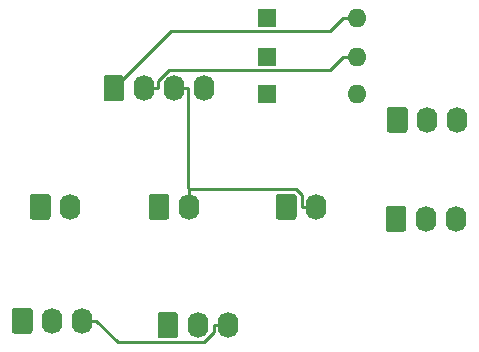
<source format=gbr>
G04 #@! TF.GenerationSoftware,KiCad,Pcbnew,(5.1.5-0-10_14)*
G04 #@! TF.CreationDate,2021-04-18T15:35:27+10:00*
G04 #@! TF.ProjectId,OH - Left Console - 6 - Flight Control Systems Panel ,4f48202d-204c-4656-9674-20436f6e736f,rev?*
G04 #@! TF.SameCoordinates,Original*
G04 #@! TF.FileFunction,Copper,L2,Bot*
G04 #@! TF.FilePolarity,Positive*
%FSLAX46Y46*%
G04 Gerber Fmt 4.6, Leading zero omitted, Abs format (unit mm)*
G04 Created by KiCad (PCBNEW (5.1.5-0-10_14)) date 2021-04-18 15:35:27*
%MOMM*%
%LPD*%
G04 APERTURE LIST*
%ADD10O,1.740000X2.200000*%
%ADD11C,0.100000*%
%ADD12O,1.600000X1.600000*%
%ADD13R,1.600000X1.600000*%
%ADD14C,0.250000*%
G04 APERTURE END LIST*
D10*
X108585000Y-118999000D03*
X106045000Y-118999000D03*
G04 #@! TA.AperFunction,ComponentPad*
D11*
G36*
X104149505Y-117900204D02*
G01*
X104173773Y-117903804D01*
X104197572Y-117909765D01*
X104220671Y-117918030D01*
X104242850Y-117928520D01*
X104263893Y-117941132D01*
X104283599Y-117955747D01*
X104301777Y-117972223D01*
X104318253Y-117990401D01*
X104332868Y-118010107D01*
X104345480Y-118031150D01*
X104355970Y-118053329D01*
X104364235Y-118076428D01*
X104370196Y-118100227D01*
X104373796Y-118124495D01*
X104375000Y-118148999D01*
X104375000Y-119849001D01*
X104373796Y-119873505D01*
X104370196Y-119897773D01*
X104364235Y-119921572D01*
X104355970Y-119944671D01*
X104345480Y-119966850D01*
X104332868Y-119987893D01*
X104318253Y-120007599D01*
X104301777Y-120025777D01*
X104283599Y-120042253D01*
X104263893Y-120056868D01*
X104242850Y-120069480D01*
X104220671Y-120079970D01*
X104197572Y-120088235D01*
X104173773Y-120094196D01*
X104149505Y-120097796D01*
X104125001Y-120099000D01*
X102884999Y-120099000D01*
X102860495Y-120097796D01*
X102836227Y-120094196D01*
X102812428Y-120088235D01*
X102789329Y-120079970D01*
X102767150Y-120069480D01*
X102746107Y-120056868D01*
X102726401Y-120042253D01*
X102708223Y-120025777D01*
X102691747Y-120007599D01*
X102677132Y-119987893D01*
X102664520Y-119966850D01*
X102654030Y-119944671D01*
X102645765Y-119921572D01*
X102639804Y-119897773D01*
X102636204Y-119873505D01*
X102635000Y-119849001D01*
X102635000Y-118148999D01*
X102636204Y-118124495D01*
X102639804Y-118100227D01*
X102645765Y-118076428D01*
X102654030Y-118053329D01*
X102664520Y-118031150D01*
X102677132Y-118010107D01*
X102691747Y-117990401D01*
X102708223Y-117972223D01*
X102726401Y-117955747D01*
X102746107Y-117941132D01*
X102767150Y-117928520D01*
X102789329Y-117918030D01*
X102812428Y-117909765D01*
X102836227Y-117903804D01*
X102860495Y-117900204D01*
X102884999Y-117899000D01*
X104125001Y-117899000D01*
X104149505Y-117900204D01*
G37*
G04 #@! TD.AperFunction*
D10*
X108458000Y-127381000D03*
X105918000Y-127381000D03*
G04 #@! TA.AperFunction,ComponentPad*
D11*
G36*
X104022505Y-126282204D02*
G01*
X104046773Y-126285804D01*
X104070572Y-126291765D01*
X104093671Y-126300030D01*
X104115850Y-126310520D01*
X104136893Y-126323132D01*
X104156599Y-126337747D01*
X104174777Y-126354223D01*
X104191253Y-126372401D01*
X104205868Y-126392107D01*
X104218480Y-126413150D01*
X104228970Y-126435329D01*
X104237235Y-126458428D01*
X104243196Y-126482227D01*
X104246796Y-126506495D01*
X104248000Y-126530999D01*
X104248000Y-128231001D01*
X104246796Y-128255505D01*
X104243196Y-128279773D01*
X104237235Y-128303572D01*
X104228970Y-128326671D01*
X104218480Y-128348850D01*
X104205868Y-128369893D01*
X104191253Y-128389599D01*
X104174777Y-128407777D01*
X104156599Y-128424253D01*
X104136893Y-128438868D01*
X104115850Y-128451480D01*
X104093671Y-128461970D01*
X104070572Y-128470235D01*
X104046773Y-128476196D01*
X104022505Y-128479796D01*
X103998001Y-128481000D01*
X102757999Y-128481000D01*
X102733495Y-128479796D01*
X102709227Y-128476196D01*
X102685428Y-128470235D01*
X102662329Y-128461970D01*
X102640150Y-128451480D01*
X102619107Y-128438868D01*
X102599401Y-128424253D01*
X102581223Y-128407777D01*
X102564747Y-128389599D01*
X102550132Y-128369893D01*
X102537520Y-128348850D01*
X102527030Y-128326671D01*
X102518765Y-128303572D01*
X102512804Y-128279773D01*
X102509204Y-128255505D01*
X102508000Y-128231001D01*
X102508000Y-126530999D01*
X102509204Y-126506495D01*
X102512804Y-126482227D01*
X102518765Y-126458428D01*
X102527030Y-126435329D01*
X102537520Y-126413150D01*
X102550132Y-126392107D01*
X102564747Y-126372401D01*
X102581223Y-126354223D01*
X102599401Y-126337747D01*
X102619107Y-126323132D01*
X102640150Y-126310520D01*
X102662329Y-126300030D01*
X102685428Y-126291765D01*
X102709227Y-126285804D01*
X102733495Y-126282204D01*
X102757999Y-126281000D01*
X103998001Y-126281000D01*
X104022505Y-126282204D01*
G37*
G04 #@! TD.AperFunction*
D10*
X75819000Y-126365000D03*
G04 #@! TA.AperFunction,ComponentPad*
D11*
G36*
X73923505Y-125266204D02*
G01*
X73947773Y-125269804D01*
X73971572Y-125275765D01*
X73994671Y-125284030D01*
X74016850Y-125294520D01*
X74037893Y-125307132D01*
X74057599Y-125321747D01*
X74075777Y-125338223D01*
X74092253Y-125356401D01*
X74106868Y-125376107D01*
X74119480Y-125397150D01*
X74129970Y-125419329D01*
X74138235Y-125442428D01*
X74144196Y-125466227D01*
X74147796Y-125490495D01*
X74149000Y-125514999D01*
X74149000Y-127215001D01*
X74147796Y-127239505D01*
X74144196Y-127263773D01*
X74138235Y-127287572D01*
X74129970Y-127310671D01*
X74119480Y-127332850D01*
X74106868Y-127353893D01*
X74092253Y-127373599D01*
X74075777Y-127391777D01*
X74057599Y-127408253D01*
X74037893Y-127422868D01*
X74016850Y-127435480D01*
X73994671Y-127445970D01*
X73971572Y-127454235D01*
X73947773Y-127460196D01*
X73923505Y-127463796D01*
X73899001Y-127465000D01*
X72658999Y-127465000D01*
X72634495Y-127463796D01*
X72610227Y-127460196D01*
X72586428Y-127454235D01*
X72563329Y-127445970D01*
X72541150Y-127435480D01*
X72520107Y-127422868D01*
X72500401Y-127408253D01*
X72482223Y-127391777D01*
X72465747Y-127373599D01*
X72451132Y-127353893D01*
X72438520Y-127332850D01*
X72428030Y-127310671D01*
X72419765Y-127287572D01*
X72413804Y-127263773D01*
X72410204Y-127239505D01*
X72409000Y-127215001D01*
X72409000Y-125514999D01*
X72410204Y-125490495D01*
X72413804Y-125466227D01*
X72419765Y-125442428D01*
X72428030Y-125419329D01*
X72438520Y-125397150D01*
X72451132Y-125376107D01*
X72465747Y-125356401D01*
X72482223Y-125338223D01*
X72500401Y-125321747D01*
X72520107Y-125307132D01*
X72541150Y-125294520D01*
X72563329Y-125284030D01*
X72586428Y-125275765D01*
X72610227Y-125269804D01*
X72634495Y-125266204D01*
X72658999Y-125265000D01*
X73899001Y-125265000D01*
X73923505Y-125266204D01*
G37*
G04 #@! TD.AperFunction*
D10*
X85852000Y-126365000D03*
G04 #@! TA.AperFunction,ComponentPad*
D11*
G36*
X83956505Y-125266204D02*
G01*
X83980773Y-125269804D01*
X84004572Y-125275765D01*
X84027671Y-125284030D01*
X84049850Y-125294520D01*
X84070893Y-125307132D01*
X84090599Y-125321747D01*
X84108777Y-125338223D01*
X84125253Y-125356401D01*
X84139868Y-125376107D01*
X84152480Y-125397150D01*
X84162970Y-125419329D01*
X84171235Y-125442428D01*
X84177196Y-125466227D01*
X84180796Y-125490495D01*
X84182000Y-125514999D01*
X84182000Y-127215001D01*
X84180796Y-127239505D01*
X84177196Y-127263773D01*
X84171235Y-127287572D01*
X84162970Y-127310671D01*
X84152480Y-127332850D01*
X84139868Y-127353893D01*
X84125253Y-127373599D01*
X84108777Y-127391777D01*
X84090599Y-127408253D01*
X84070893Y-127422868D01*
X84049850Y-127435480D01*
X84027671Y-127445970D01*
X84004572Y-127454235D01*
X83980773Y-127460196D01*
X83956505Y-127463796D01*
X83932001Y-127465000D01*
X82691999Y-127465000D01*
X82667495Y-127463796D01*
X82643227Y-127460196D01*
X82619428Y-127454235D01*
X82596329Y-127445970D01*
X82574150Y-127435480D01*
X82553107Y-127422868D01*
X82533401Y-127408253D01*
X82515223Y-127391777D01*
X82498747Y-127373599D01*
X82484132Y-127353893D01*
X82471520Y-127332850D01*
X82461030Y-127310671D01*
X82452765Y-127287572D01*
X82446804Y-127263773D01*
X82443204Y-127239505D01*
X82442000Y-127215001D01*
X82442000Y-125514999D01*
X82443204Y-125490495D01*
X82446804Y-125466227D01*
X82452765Y-125442428D01*
X82461030Y-125419329D01*
X82471520Y-125397150D01*
X82484132Y-125376107D01*
X82498747Y-125356401D01*
X82515223Y-125338223D01*
X82533401Y-125321747D01*
X82553107Y-125307132D01*
X82574150Y-125294520D01*
X82596329Y-125284030D01*
X82619428Y-125275765D01*
X82643227Y-125269804D01*
X82667495Y-125266204D01*
X82691999Y-125265000D01*
X83932001Y-125265000D01*
X83956505Y-125266204D01*
G37*
G04 #@! TD.AperFunction*
D10*
X96647000Y-126365000D03*
G04 #@! TA.AperFunction,ComponentPad*
D11*
G36*
X94751505Y-125266204D02*
G01*
X94775773Y-125269804D01*
X94799572Y-125275765D01*
X94822671Y-125284030D01*
X94844850Y-125294520D01*
X94865893Y-125307132D01*
X94885599Y-125321747D01*
X94903777Y-125338223D01*
X94920253Y-125356401D01*
X94934868Y-125376107D01*
X94947480Y-125397150D01*
X94957970Y-125419329D01*
X94966235Y-125442428D01*
X94972196Y-125466227D01*
X94975796Y-125490495D01*
X94977000Y-125514999D01*
X94977000Y-127215001D01*
X94975796Y-127239505D01*
X94972196Y-127263773D01*
X94966235Y-127287572D01*
X94957970Y-127310671D01*
X94947480Y-127332850D01*
X94934868Y-127353893D01*
X94920253Y-127373599D01*
X94903777Y-127391777D01*
X94885599Y-127408253D01*
X94865893Y-127422868D01*
X94844850Y-127435480D01*
X94822671Y-127445970D01*
X94799572Y-127454235D01*
X94775773Y-127460196D01*
X94751505Y-127463796D01*
X94727001Y-127465000D01*
X93486999Y-127465000D01*
X93462495Y-127463796D01*
X93438227Y-127460196D01*
X93414428Y-127454235D01*
X93391329Y-127445970D01*
X93369150Y-127435480D01*
X93348107Y-127422868D01*
X93328401Y-127408253D01*
X93310223Y-127391777D01*
X93293747Y-127373599D01*
X93279132Y-127353893D01*
X93266520Y-127332850D01*
X93256030Y-127310671D01*
X93247765Y-127287572D01*
X93241804Y-127263773D01*
X93238204Y-127239505D01*
X93237000Y-127215001D01*
X93237000Y-125514999D01*
X93238204Y-125490495D01*
X93241804Y-125466227D01*
X93247765Y-125442428D01*
X93256030Y-125419329D01*
X93266520Y-125397150D01*
X93279132Y-125376107D01*
X93293747Y-125356401D01*
X93310223Y-125338223D01*
X93328401Y-125321747D01*
X93348107Y-125307132D01*
X93369150Y-125294520D01*
X93391329Y-125284030D01*
X93414428Y-125275765D01*
X93438227Y-125269804D01*
X93462495Y-125266204D01*
X93486999Y-125265000D01*
X94727001Y-125265000D01*
X94751505Y-125266204D01*
G37*
G04 #@! TD.AperFunction*
D10*
X89154000Y-136398000D03*
X86614000Y-136398000D03*
G04 #@! TA.AperFunction,ComponentPad*
D11*
G36*
X84718505Y-135299204D02*
G01*
X84742773Y-135302804D01*
X84766572Y-135308765D01*
X84789671Y-135317030D01*
X84811850Y-135327520D01*
X84832893Y-135340132D01*
X84852599Y-135354747D01*
X84870777Y-135371223D01*
X84887253Y-135389401D01*
X84901868Y-135409107D01*
X84914480Y-135430150D01*
X84924970Y-135452329D01*
X84933235Y-135475428D01*
X84939196Y-135499227D01*
X84942796Y-135523495D01*
X84944000Y-135547999D01*
X84944000Y-137248001D01*
X84942796Y-137272505D01*
X84939196Y-137296773D01*
X84933235Y-137320572D01*
X84924970Y-137343671D01*
X84914480Y-137365850D01*
X84901868Y-137386893D01*
X84887253Y-137406599D01*
X84870777Y-137424777D01*
X84852599Y-137441253D01*
X84832893Y-137455868D01*
X84811850Y-137468480D01*
X84789671Y-137478970D01*
X84766572Y-137487235D01*
X84742773Y-137493196D01*
X84718505Y-137496796D01*
X84694001Y-137498000D01*
X83453999Y-137498000D01*
X83429495Y-137496796D01*
X83405227Y-137493196D01*
X83381428Y-137487235D01*
X83358329Y-137478970D01*
X83336150Y-137468480D01*
X83315107Y-137455868D01*
X83295401Y-137441253D01*
X83277223Y-137424777D01*
X83260747Y-137406599D01*
X83246132Y-137386893D01*
X83233520Y-137365850D01*
X83223030Y-137343671D01*
X83214765Y-137320572D01*
X83208804Y-137296773D01*
X83205204Y-137272505D01*
X83204000Y-137248001D01*
X83204000Y-135547999D01*
X83205204Y-135523495D01*
X83208804Y-135499227D01*
X83214765Y-135475428D01*
X83223030Y-135452329D01*
X83233520Y-135430150D01*
X83246132Y-135409107D01*
X83260747Y-135389401D01*
X83277223Y-135371223D01*
X83295401Y-135354747D01*
X83315107Y-135340132D01*
X83336150Y-135327520D01*
X83358329Y-135317030D01*
X83381428Y-135308765D01*
X83405227Y-135302804D01*
X83429495Y-135299204D01*
X83453999Y-135298000D01*
X84694001Y-135298000D01*
X84718505Y-135299204D01*
G37*
G04 #@! TD.AperFunction*
D10*
X76835000Y-136017000D03*
X74295000Y-136017000D03*
G04 #@! TA.AperFunction,ComponentPad*
D11*
G36*
X72399505Y-134918204D02*
G01*
X72423773Y-134921804D01*
X72447572Y-134927765D01*
X72470671Y-134936030D01*
X72492850Y-134946520D01*
X72513893Y-134959132D01*
X72533599Y-134973747D01*
X72551777Y-134990223D01*
X72568253Y-135008401D01*
X72582868Y-135028107D01*
X72595480Y-135049150D01*
X72605970Y-135071329D01*
X72614235Y-135094428D01*
X72620196Y-135118227D01*
X72623796Y-135142495D01*
X72625000Y-135166999D01*
X72625000Y-136867001D01*
X72623796Y-136891505D01*
X72620196Y-136915773D01*
X72614235Y-136939572D01*
X72605970Y-136962671D01*
X72595480Y-136984850D01*
X72582868Y-137005893D01*
X72568253Y-137025599D01*
X72551777Y-137043777D01*
X72533599Y-137060253D01*
X72513893Y-137074868D01*
X72492850Y-137087480D01*
X72470671Y-137097970D01*
X72447572Y-137106235D01*
X72423773Y-137112196D01*
X72399505Y-137115796D01*
X72375001Y-137117000D01*
X71134999Y-137117000D01*
X71110495Y-137115796D01*
X71086227Y-137112196D01*
X71062428Y-137106235D01*
X71039329Y-137097970D01*
X71017150Y-137087480D01*
X70996107Y-137074868D01*
X70976401Y-137060253D01*
X70958223Y-137043777D01*
X70941747Y-137025599D01*
X70927132Y-137005893D01*
X70914520Y-136984850D01*
X70904030Y-136962671D01*
X70895765Y-136939572D01*
X70889804Y-136915773D01*
X70886204Y-136891505D01*
X70885000Y-136867001D01*
X70885000Y-135166999D01*
X70886204Y-135142495D01*
X70889804Y-135118227D01*
X70895765Y-135094428D01*
X70904030Y-135071329D01*
X70914520Y-135049150D01*
X70927132Y-135028107D01*
X70941747Y-135008401D01*
X70958223Y-134990223D01*
X70976401Y-134973747D01*
X70996107Y-134959132D01*
X71017150Y-134946520D01*
X71039329Y-134936030D01*
X71062428Y-134927765D01*
X71086227Y-134921804D01*
X71110495Y-134918204D01*
X71134999Y-134917000D01*
X72375001Y-134917000D01*
X72399505Y-134918204D01*
G37*
G04 #@! TD.AperFunction*
D10*
X87122000Y-116332000D03*
X84582000Y-116332000D03*
X82042000Y-116332000D03*
G04 #@! TA.AperFunction,ComponentPad*
D11*
G36*
X80146505Y-115233204D02*
G01*
X80170773Y-115236804D01*
X80194572Y-115242765D01*
X80217671Y-115251030D01*
X80239850Y-115261520D01*
X80260893Y-115274132D01*
X80280599Y-115288747D01*
X80298777Y-115305223D01*
X80315253Y-115323401D01*
X80329868Y-115343107D01*
X80342480Y-115364150D01*
X80352970Y-115386329D01*
X80361235Y-115409428D01*
X80367196Y-115433227D01*
X80370796Y-115457495D01*
X80372000Y-115481999D01*
X80372000Y-117182001D01*
X80370796Y-117206505D01*
X80367196Y-117230773D01*
X80361235Y-117254572D01*
X80352970Y-117277671D01*
X80342480Y-117299850D01*
X80329868Y-117320893D01*
X80315253Y-117340599D01*
X80298777Y-117358777D01*
X80280599Y-117375253D01*
X80260893Y-117389868D01*
X80239850Y-117402480D01*
X80217671Y-117412970D01*
X80194572Y-117421235D01*
X80170773Y-117427196D01*
X80146505Y-117430796D01*
X80122001Y-117432000D01*
X78881999Y-117432000D01*
X78857495Y-117430796D01*
X78833227Y-117427196D01*
X78809428Y-117421235D01*
X78786329Y-117412970D01*
X78764150Y-117402480D01*
X78743107Y-117389868D01*
X78723401Y-117375253D01*
X78705223Y-117358777D01*
X78688747Y-117340599D01*
X78674132Y-117320893D01*
X78661520Y-117299850D01*
X78651030Y-117277671D01*
X78642765Y-117254572D01*
X78636804Y-117230773D01*
X78633204Y-117206505D01*
X78632000Y-117182001D01*
X78632000Y-115481999D01*
X78633204Y-115457495D01*
X78636804Y-115433227D01*
X78642765Y-115409428D01*
X78651030Y-115386329D01*
X78661520Y-115364150D01*
X78674132Y-115343107D01*
X78688747Y-115323401D01*
X78705223Y-115305223D01*
X78723401Y-115288747D01*
X78743107Y-115274132D01*
X78764150Y-115261520D01*
X78786329Y-115251030D01*
X78809428Y-115242765D01*
X78833227Y-115236804D01*
X78857495Y-115233204D01*
X78881999Y-115232000D01*
X80122001Y-115232000D01*
X80146505Y-115233204D01*
G37*
G04 #@! TD.AperFunction*
D12*
X100076000Y-116840000D03*
D13*
X92456000Y-116840000D03*
D12*
X100076000Y-113665000D03*
D13*
X92456000Y-113665000D03*
D12*
X100076000Y-110363000D03*
D13*
X92456000Y-110363000D03*
D14*
X100076000Y-110363000D02*
X98950700Y-110363000D01*
X98950700Y-110363000D02*
X97825400Y-111488300D01*
X97825400Y-111488300D02*
X84345700Y-111488300D01*
X84345700Y-111488300D02*
X79502000Y-116332000D01*
X82042000Y-116332000D02*
X83237300Y-116332000D01*
X100076000Y-113665000D02*
X98950700Y-113665000D01*
X98950700Y-113665000D02*
X97825400Y-114790300D01*
X97825400Y-114790300D02*
X84181300Y-114790300D01*
X84181300Y-114790300D02*
X83237300Y-115734300D01*
X83237300Y-115734300D02*
X83237300Y-116332000D01*
X85852000Y-124882900D02*
X85852000Y-124939700D01*
X85777300Y-116332000D02*
X85777300Y-124808200D01*
X85777300Y-124808200D02*
X85852000Y-124882900D01*
X85852000Y-124882900D02*
X94940800Y-124882900D01*
X94940800Y-124882900D02*
X95451700Y-125393800D01*
X95451700Y-125393800D02*
X95451700Y-126365000D01*
X96647000Y-126365000D02*
X95451700Y-126365000D01*
X85852000Y-126365000D02*
X85852000Y-124939700D01*
X84582000Y-116332000D02*
X85777300Y-116332000D01*
X89154000Y-136398000D02*
X87958700Y-136398000D01*
X76835000Y-136017000D02*
X78030300Y-136017000D01*
X78030300Y-136017000D02*
X79840400Y-137827100D01*
X79840400Y-137827100D02*
X87127200Y-137827100D01*
X87127200Y-137827100D02*
X87958700Y-136995600D01*
X87958700Y-136995600D02*
X87958700Y-136398000D01*
M02*

</source>
